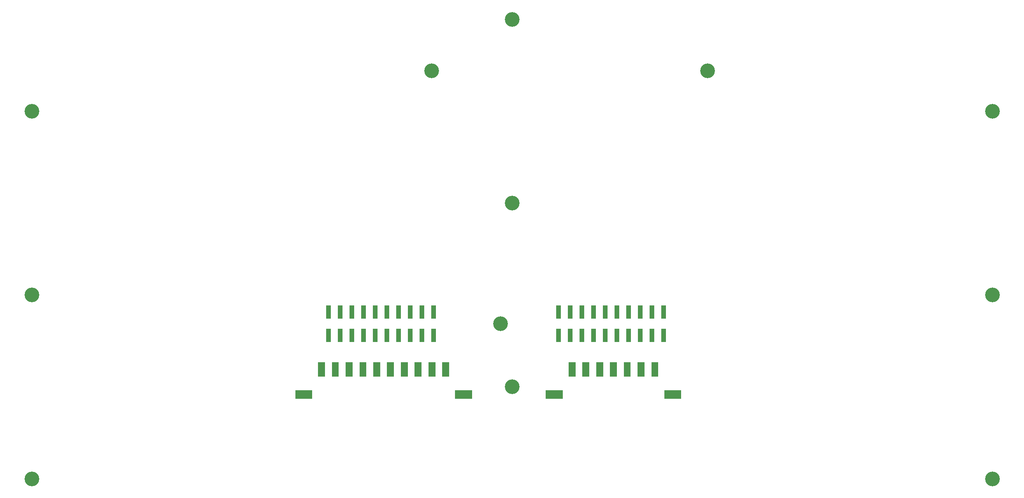
<source format=gbr>
%TF.GenerationSoftware,KiCad,Pcbnew,7.0.1*%
%TF.CreationDate,2025-05-28T16:08:48+02:00*%
%TF.ProjectId,federkontaktplatine_oben,66656465-726b-46f6-9e74-616b74706c61,rev?*%
%TF.SameCoordinates,Original*%
%TF.FileFunction,Soldermask,Top*%
%TF.FilePolarity,Negative*%
%FSLAX46Y46*%
G04 Gerber Fmt 4.6, Leading zero omitted, Abs format (unit mm)*
G04 Created by KiCad (PCBNEW 7.0.1) date 2025-05-28 16:08:48*
%MOMM*%
%LPD*%
G01*
G04 APERTURE LIST*
%ADD10C,0.010000*%
%ADD11C,3.200000*%
%ADD12R,1.000000X3.000000*%
G04 APERTURE END LIST*
%TO.C,J1*%
D10*
X104406200Y-121251200D02*
X100823800Y-121251200D01*
X100823800Y-119448800D01*
X104406200Y-119448800D01*
X104406200Y-121251200D01*
G36*
X104406200Y-121251200D02*
G01*
X100823800Y-121251200D01*
X100823800Y-119448800D01*
X104406200Y-119448800D01*
X104406200Y-121251200D01*
G37*
X107211200Y-116416200D02*
X105788800Y-116416200D01*
X105788800Y-113343800D01*
X107211200Y-113343800D01*
X107211200Y-116416200D01*
G36*
X107211200Y-116416200D02*
G01*
X105788800Y-116416200D01*
X105788800Y-113343800D01*
X107211200Y-113343800D01*
X107211200Y-116416200D01*
G37*
X110211200Y-116416200D02*
X108788800Y-116416200D01*
X108788800Y-113343800D01*
X110211200Y-113343800D01*
X110211200Y-116416200D01*
G36*
X110211200Y-116416200D02*
G01*
X108788800Y-116416200D01*
X108788800Y-113343800D01*
X110211200Y-113343800D01*
X110211200Y-116416200D01*
G37*
X113211200Y-116416200D02*
X111788800Y-116416200D01*
X111788800Y-113343800D01*
X113211200Y-113343800D01*
X113211200Y-116416200D01*
G36*
X113211200Y-116416200D02*
G01*
X111788800Y-116416200D01*
X111788800Y-113343800D01*
X113211200Y-113343800D01*
X113211200Y-116416200D01*
G37*
X116211200Y-116416200D02*
X114788800Y-116416200D01*
X114788800Y-113343800D01*
X116211200Y-113343800D01*
X116211200Y-116416200D01*
G36*
X116211200Y-116416200D02*
G01*
X114788800Y-116416200D01*
X114788800Y-113343800D01*
X116211200Y-113343800D01*
X116211200Y-116416200D01*
G37*
X119211200Y-116416200D02*
X117788800Y-116416200D01*
X117788800Y-113343800D01*
X119211200Y-113343800D01*
X119211200Y-116416200D01*
G36*
X119211200Y-116416200D02*
G01*
X117788800Y-116416200D01*
X117788800Y-113343800D01*
X119211200Y-113343800D01*
X119211200Y-116416200D01*
G37*
X122211200Y-116416200D02*
X120788800Y-116416200D01*
X120788800Y-113343800D01*
X122211200Y-113343800D01*
X122211200Y-116416200D01*
G36*
X122211200Y-116416200D02*
G01*
X120788800Y-116416200D01*
X120788800Y-113343800D01*
X122211200Y-113343800D01*
X122211200Y-116416200D01*
G37*
X125211200Y-116416200D02*
X123788800Y-116416200D01*
X123788800Y-113343800D01*
X125211200Y-113343800D01*
X125211200Y-116416200D01*
G36*
X125211200Y-116416200D02*
G01*
X123788800Y-116416200D01*
X123788800Y-113343800D01*
X125211200Y-113343800D01*
X125211200Y-116416200D01*
G37*
X128211200Y-116416200D02*
X126788800Y-116416200D01*
X126788800Y-113343800D01*
X128211200Y-113343800D01*
X128211200Y-116416200D01*
G36*
X128211200Y-116416200D02*
G01*
X126788800Y-116416200D01*
X126788800Y-113343800D01*
X128211200Y-113343800D01*
X128211200Y-116416200D01*
G37*
X131211200Y-116416200D02*
X129788800Y-116416200D01*
X129788800Y-113343800D01*
X131211200Y-113343800D01*
X131211200Y-116416200D01*
G36*
X131211200Y-116416200D02*
G01*
X129788800Y-116416200D01*
X129788800Y-113343800D01*
X131211200Y-113343800D01*
X131211200Y-116416200D01*
G37*
X134211200Y-116416200D02*
X132788800Y-116416200D01*
X132788800Y-113343800D01*
X134211200Y-113343800D01*
X134211200Y-116416200D01*
G36*
X134211200Y-116416200D02*
G01*
X132788800Y-116416200D01*
X132788800Y-113343800D01*
X134211200Y-113343800D01*
X134211200Y-116416200D01*
G37*
X139176200Y-121251200D02*
X135593800Y-121251200D01*
X135593800Y-119448800D01*
X139176200Y-119448800D01*
X139176200Y-121251200D01*
G36*
X139176200Y-121251200D02*
G01*
X135593800Y-121251200D01*
X135593800Y-119448800D01*
X139176200Y-119448800D01*
X139176200Y-121251200D01*
G37*
%TO.C,J2*%
X158906200Y-121251200D02*
X155323800Y-121251200D01*
X155323800Y-119448800D01*
X158906200Y-119448800D01*
X158906200Y-121251200D01*
G36*
X158906200Y-121251200D02*
G01*
X155323800Y-121251200D01*
X155323800Y-119448800D01*
X158906200Y-119448800D01*
X158906200Y-121251200D01*
G37*
X161711200Y-116416200D02*
X160288800Y-116416200D01*
X160288800Y-113343800D01*
X161711200Y-113343800D01*
X161711200Y-116416200D01*
G36*
X161711200Y-116416200D02*
G01*
X160288800Y-116416200D01*
X160288800Y-113343800D01*
X161711200Y-113343800D01*
X161711200Y-116416200D01*
G37*
X164711200Y-116416200D02*
X163288800Y-116416200D01*
X163288800Y-113343800D01*
X164711200Y-113343800D01*
X164711200Y-116416200D01*
G36*
X164711200Y-116416200D02*
G01*
X163288800Y-116416200D01*
X163288800Y-113343800D01*
X164711200Y-113343800D01*
X164711200Y-116416200D01*
G37*
X167711200Y-116416200D02*
X166288800Y-116416200D01*
X166288800Y-113343800D01*
X167711200Y-113343800D01*
X167711200Y-116416200D01*
G36*
X167711200Y-116416200D02*
G01*
X166288800Y-116416200D01*
X166288800Y-113343800D01*
X167711200Y-113343800D01*
X167711200Y-116416200D01*
G37*
X170711200Y-116416200D02*
X169288800Y-116416200D01*
X169288800Y-113343800D01*
X170711200Y-113343800D01*
X170711200Y-116416200D01*
G36*
X170711200Y-116416200D02*
G01*
X169288800Y-116416200D01*
X169288800Y-113343800D01*
X170711200Y-113343800D01*
X170711200Y-116416200D01*
G37*
X173711200Y-116416200D02*
X172288800Y-116416200D01*
X172288800Y-113343800D01*
X173711200Y-113343800D01*
X173711200Y-116416200D01*
G36*
X173711200Y-116416200D02*
G01*
X172288800Y-116416200D01*
X172288800Y-113343800D01*
X173711200Y-113343800D01*
X173711200Y-116416200D01*
G37*
X176711200Y-116416200D02*
X175288800Y-116416200D01*
X175288800Y-113343800D01*
X176711200Y-113343800D01*
X176711200Y-116416200D01*
G36*
X176711200Y-116416200D02*
G01*
X175288800Y-116416200D01*
X175288800Y-113343800D01*
X176711200Y-113343800D01*
X176711200Y-116416200D01*
G37*
X179711200Y-116416200D02*
X178288800Y-116416200D01*
X178288800Y-113343800D01*
X179711200Y-113343800D01*
X179711200Y-116416200D01*
G36*
X179711200Y-116416200D02*
G01*
X178288800Y-116416200D01*
X178288800Y-113343800D01*
X179711200Y-113343800D01*
X179711200Y-116416200D01*
G37*
X184676200Y-121251200D02*
X181093800Y-121251200D01*
X181093800Y-119448800D01*
X184676200Y-119448800D01*
X184676200Y-121251200D01*
G36*
X184676200Y-121251200D02*
G01*
X181093800Y-121251200D01*
X181093800Y-119448800D01*
X184676200Y-119448800D01*
X184676200Y-121251200D01*
G37*
%TD*%
D11*
%TO.C,H8*%
X252500000Y-58750000D03*
%TD*%
D12*
%TO.C,J4*%
X180930000Y-107520000D03*
X180930000Y-102480000D03*
X178390000Y-107520000D03*
X178390000Y-102480000D03*
X175850000Y-107520000D03*
X175850000Y-102480000D03*
X173310000Y-107520000D03*
X173310000Y-102480000D03*
X170770000Y-107520000D03*
X170770000Y-102480000D03*
X168230000Y-107520000D03*
X168230000Y-102480000D03*
X165690000Y-107520000D03*
X165690000Y-102480000D03*
X163150000Y-107520000D03*
X163150000Y-102480000D03*
X160610000Y-107520000D03*
X160610000Y-102480000D03*
X158070000Y-107520000D03*
X158070000Y-102480000D03*
%TD*%
D11*
%TO.C,H12*%
X252500000Y-98750000D03*
%TD*%
%TO.C,H6*%
X43500000Y-98750000D03*
%TD*%
%TO.C,H9*%
X252500000Y-138750000D03*
%TD*%
%TO.C,H7*%
X148000000Y-118750000D03*
%TD*%
%TO.C,H10*%
X148000000Y-38750000D03*
%TD*%
%TO.C,H4*%
X43500000Y-58750000D03*
%TD*%
%TO.C,H5*%
X43500000Y-138750000D03*
%TD*%
%TO.C,H3*%
X130500000Y-50000000D03*
%TD*%
D12*
%TO.C,J3*%
X130930000Y-107520000D03*
X130930000Y-102480000D03*
X128390000Y-107520000D03*
X128390000Y-102480000D03*
X125850000Y-107520000D03*
X125850000Y-102480000D03*
X123310000Y-107520000D03*
X123310000Y-102480000D03*
X120770000Y-107520000D03*
X120770000Y-102480000D03*
X118230000Y-107520000D03*
X118230000Y-102480000D03*
X115690000Y-107520000D03*
X115690000Y-102480000D03*
X113150000Y-107520000D03*
X113150000Y-102480000D03*
X110610000Y-107520000D03*
X110610000Y-102480000D03*
X108070000Y-107520000D03*
X108070000Y-102480000D03*
%TD*%
D11*
%TO.C,H2*%
X190500000Y-50000000D03*
%TD*%
%TO.C,H1*%
X145500000Y-105000000D03*
%TD*%
%TO.C,H11*%
X148000000Y-78750000D03*
%TD*%
M02*

</source>
